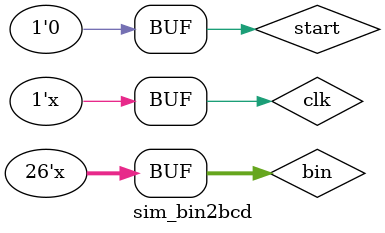
<source format=v>
`timescale 1ns / 1ps


module sim_bin2bcd();
    reg clk = 0;
    always#10
        clk = ~clk;
    reg[25:0] bin = 0;
    always#1000
        bin = bin +1;
    reg start;
    always@(bin)
    begin
        start = 1;
        #20
        start = 0;
    end   
        
    wire[31:0] bcd;
    wire valid;
    bin2bcd uut_bin2bcd(
            .clk_in(clk), 
            .bin_in(bin),//×î¸ß26Î»ÊäÈë
            .bcd_out(bcd),//×î¸ß32Î»Êä³ö
            .valid_out(valid)
            );
endmodule

</source>
